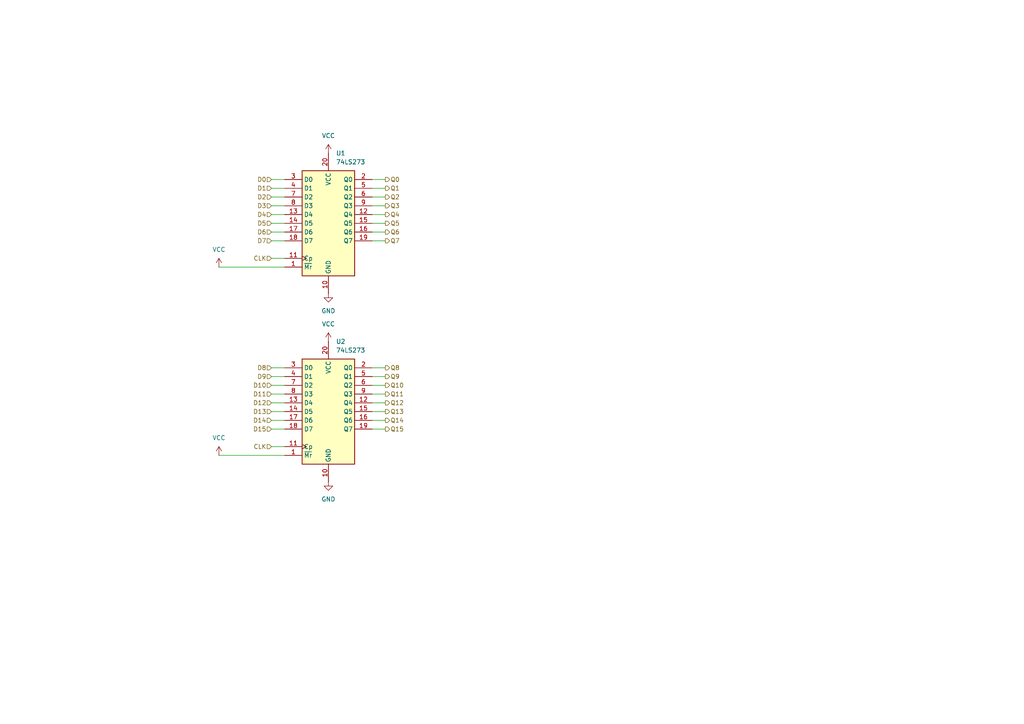
<source format=kicad_sch>
(kicad_sch (version 20231120) (generator "eeschema") (generator_version "8.0")
  (paper "A4")
  (lib_symbols
    (symbol "74xx:74LS273"
      (property "Reference" "U" (at -7.62 16.51 0))
      (property "Value" "74LS273" (at -7.62 -16.51 0))
      (symbol "74LS273_1_0"
        (pin input line (at -12.7 -12.7 0) (length 5.08) (name "~{Mr}") (number "1"))
        (pin power_in line (at 0 -20.32 90) (length 5.08) (name "GND") (number "10"))
        (pin input clock (at -12.7 -10.16 0) (length 5.08) (name "Cp") (number "11"))
        (pin output line (at 12.7 2.54 180) (length 5.08) (name "Q4") (number "12"))
        (pin input line (at -12.7 2.54 0) (length 5.08) (name "D4") (number "13"))
        (pin input line (at -12.7 0 0) (length 5.08) (name "D5") (number "14"))
        (pin output line (at 12.7 0 180) (length 5.08) (name "Q5") (number "15"))
        (pin output line (at 12.7 -2.54 180) (length 5.08) (name "Q6") (number "16"))
        (pin input line (at -12.7 -2.54 0) (length 5.08) (name "D6") (number "17"))
        (pin input line (at -12.7 -5.08 0) (length 5.08) (name "D7") (number "18"))
        (pin output line (at 12.7 -5.08 180) (length 5.08) (name "Q7") (number "19"))
        (pin output line (at 12.7 12.7 180) (length 5.08) (name "Q0") (number "2"))
        (pin power_in line (at 0 20.32 270) (length 5.08) (name "VCC") (number "20"))
        (pin input line (at -12.7 12.7 0) (length 5.08) (name "D0") (number "3"))
        (pin input line (at -12.7 10.16 0) (length 5.08) (name "D1") (number "4"))
        (pin output line (at 12.7 10.16 180) (length 5.08) (name "Q1") (number "5"))
        (pin output line (at 12.7 7.62 180) (length 5.08) (name "Q2") (number "6"))
        (pin input line (at -12.7 7.62 0) (length 5.08) (name "D2") (number "7"))
        (pin input line (at -12.7 5.08 0) (length 5.08) (name "D3") (number "8"))
        (pin output line (at 12.7 5.08 180) (length 5.08) (name "Q3") (number "9"))
      )
      (symbol "74LS273_1_1"
        (rectangle (start -7.62 15.24) (end 7.62 -15.24) (stroke (width 0.254)) (fill (type background)))
      )
    )
    (symbol "power:GND" (power) (pin_numbers hide) (pin_names (offset 0) hide)
      (property "Value" "GND" (at 0 -3.81 0))
      (symbol "GND_0_1"
        (polyline (pts (xy 0 0) (xy 0 -1.27) (xy 1.27 -1.27) (xy 0 -2.54) (xy -1.27 -1.27) (xy 0 -1.27)))
      )
      (symbol "GND_1_1"
        (pin power_in line (at 0 0 270) (length 0) (name "~") (number "1"))
      )
    )
    (symbol "power:VCC" (power) (pin_numbers hide) (pin_names (offset 0) hide)
      (property "Value" "VCC" (at 0 3.556 0))
      (symbol "VCC_0_1"
        (polyline (pts (xy -0.762 1.27) (xy 0 2.54)))
        (polyline (pts (xy 0 0) (xy 0 2.54)))
        (polyline (pts (xy 0 2.54) (xy 0.762 1.27)))
      )
      (symbol "VCC_1_1"
        (pin power_in line (at 0 0 90) (length 0) (name "~") (number "1"))
      )
    )
  )
  (wire (pts (xy 78.74 67.31) (xy 82.55 67.31)))
  (wire (pts (xy 107.95 119.38) (xy 111.76 119.38)))
  (wire (pts (xy 78.74 62.23) (xy 82.55 62.23)))
  (wire (pts (xy 63.5 77.47) (xy 82.55 77.47)))
  (wire (pts (xy 78.74 114.3) (xy 82.55 114.3)))
  (wire (pts (xy 107.95 111.76) (xy 111.76 111.76)))
  (wire (pts (xy 78.74 64.77) (xy 82.55 64.77)))
  (wire (pts (xy 107.95 59.69) (xy 111.76 59.69)))
  (wire (pts (xy 107.95 69.85) (xy 111.76 69.85)))
  (wire (pts (xy 78.74 124.46) (xy 82.55 124.46)))
  (wire (pts (xy 107.95 109.22) (xy 111.76 109.22)))
  (wire (pts (xy 78.74 74.93) (xy 82.55 74.93)))
  (wire (pts (xy 107.95 116.84) (xy 111.76 116.84)))
  (wire (pts (xy 107.95 52.07) (xy 111.76 52.07)))
  (wire (pts (xy 78.74 111.76) (xy 82.55 111.76)))
  (wire (pts (xy 78.74 119.38) (xy 82.55 119.38)))
  (wire (pts (xy 78.74 106.68) (xy 82.55 106.68)))
  (wire (pts (xy 78.74 57.15) (xy 82.55 57.15)))
  (wire (pts (xy 78.74 52.07) (xy 82.55 52.07)))
  (wire (pts (xy 78.74 121.92) (xy 82.55 121.92)))
  (wire (pts (xy 107.95 124.46) (xy 111.76 124.46)))
  (wire (pts (xy 78.74 54.61) (xy 82.55 54.61)))
  (wire (pts (xy 107.95 106.68) (xy 111.76 106.68)))
  (wire (pts (xy 63.5 132.08) (xy 82.55 132.08)))
  (wire (pts (xy 107.95 57.15) (xy 111.76 57.15)))
  (wire (pts (xy 107.95 54.61) (xy 111.76 54.61)))
  (wire (pts (xy 107.95 67.31) (xy 111.76 67.31)))
  (wire (pts (xy 78.74 116.84) (xy 82.55 116.84)))
  (wire (pts (xy 78.74 59.69) (xy 82.55 59.69)))
  (wire (pts (xy 78.74 129.54) (xy 82.55 129.54)))
  (wire (pts (xy 78.74 109.22) (xy 82.55 109.22)))
  (wire (pts (xy 107.95 62.23) (xy 111.76 62.23)))
  (wire (pts (xy 107.95 114.3) (xy 111.76 114.3)))
  (wire (pts (xy 107.95 64.77) (xy 111.76 64.77)))
  (wire (pts (xy 78.74 69.85) (xy 82.55 69.85)))
  (wire (pts (xy 107.95 121.92) (xy 111.76 121.92)))
  (hierarchical_label "D12" (shape input) (at 78.74 116.84 180))
  (hierarchical_label "D13" (shape input) (at 78.74 119.38 180))
  (hierarchical_label "D15" (shape input) (at 78.74 124.46 180))
  (hierarchical_label "Q4" (shape output) (at 111.76 62.23 0))
  (hierarchical_label "D11" (shape input) (at 78.74 114.3 180))
  (hierarchical_label "Q9" (shape output) (at 111.76 109.22 0))
  (hierarchical_label "D10" (shape input) (at 78.74 111.76 180))
  (hierarchical_label "Q14" (shape output) (at 111.76 121.92 0))
  (hierarchical_label "Q0" (shape output) (at 111.76 52.07 0))
  (hierarchical_label "D1" (shape input) (at 78.74 54.61 180))
  (hierarchical_label "D9" (shape input) (at 78.74 109.22 180))
  (hierarchical_label "Q3" (shape output) (at 111.76 59.69 0))
  (hierarchical_label "Q15" (shape output) (at 111.76 124.46 0))
  (hierarchical_label "Q8" (shape output) (at 111.76 106.68 0))
  (hierarchical_label "D7" (shape input) (at 78.74 69.85 180))
  (hierarchical_label "Q6" (shape output) (at 111.76 67.31 0))
  (hierarchical_label "Q10" (shape output) (at 111.76 111.76 0))
  (hierarchical_label "D3" (shape input) (at 78.74 59.69 180))
  (hierarchical_label "Q7" (shape output) (at 111.76 69.85 0))
  (hierarchical_label "CLK" (shape input) (at 78.74 74.93 180))
  (hierarchical_label "D2" (shape input) (at 78.74 57.15 180))
  (hierarchical_label "D14" (shape input) (at 78.74 121.92 180))
  (hierarchical_label "Q13" (shape output) (at 111.76 119.38 0))
  (hierarchical_label "D5" (shape input) (at 78.74 64.77 180))
  (hierarchical_label "Q12" (shape output) (at 111.76 116.84 0))
  (hierarchical_label "Q5" (shape output) (at 111.76 64.77 0))
  (hierarchical_label "D0" (shape input) (at 78.74 52.07 180))
  (hierarchical_label "CLK" (shape input) (at 78.74 129.54 180))
  (hierarchical_label "Q11" (shape output) (at 111.76 114.3 0))
  (hierarchical_label "D4" (shape input) (at 78.74 62.23 180))
  (hierarchical_label "D6" (shape input) (at 78.74 67.31 180))
  (hierarchical_label "Q2" (shape output) (at 111.76 57.15 0))
  (hierarchical_label "D8" (shape input) (at 78.74 106.68 180))
  (hierarchical_label "Q1" (shape output) (at 111.76 54.61 0))
  (symbol (lib_id "power:VCC") (at 63.5 77.47 0) (unit 1)
    (property "Reference" "#PWR01" (effects (hide yes)))
    (property "Value" "VCC" (at 63.5 72.39 0))
    (property "Description" "Power symbol creates a global label with name \"VCC\"" (effects (hide yes)))
    (instances (project "pcb_processor" (path "" (reference "#PWR01") (unit 1)) (path "" (reference "#PWR07") (unit 1))) (project "pcb_processor" (path "" (reference "#PWR01") (unit 1))))
  )
  (symbol (lib_id "power:GND") (at 95.25 85.09 0) (unit 1)
    (property "Reference" "#PWR04" (effects (hide yes)))
    (property "Value" "GND" (at 95.25 90.17 0))
    (property "Description" "Power symbol creates a global label with name \"GND\" , ground" (effects (hide yes)))
    (instances (project "" (path "" (reference "#PWR04") (unit 1)) (path "" (reference "#PWR010") (unit 1))) (project "" (path "" (reference "#PWR04") (unit 1))))
  )
  (symbol (lib_id "power:GND") (at 95.25 139.7 0) (unit 1)
    (property "Reference" "#PWR06" (effects (hide yes)))
    (property "Value" "GND" (at 95.25 144.78 0))
    (property "Description" "Power symbol creates a global label with name \"GND\" , ground" (effects (hide yes)))
    (instances (project "pcb_processor" (path "" (reference "#PWR06") (unit 1)) (path "" (reference "#PWR012") (unit 1))) (project "pcb_processor" (path "" (reference "#PWR06") (unit 1))))
  )
  (symbol (lib_id "power:VCC") (at 95.25 44.45 0) (unit 1)
    (property "Reference" "#PWR03" (effects (hide yes)))
    (property "Value" "VCC" (at 95.25 39.37 0))
    (property "Description" "Power symbol creates a global label with name \"VCC\"" (effects (hide yes)))
    (instances (project "pcb_processor" (path "" (reference "#PWR03") (unit 1)) (path "" (reference "#PWR09") (unit 1))) (project "pcb_processor" (path "" (reference "#PWR03") (unit 1))))
  )
  (symbol (lib_id "74xx:74LS273") (at 95.25 119.38 0) (unit 1)
    (property "Reference" "U2" (at 97.4441 99.06 0) (effects (justify left)))
    (property "Value" "74LS273" (at 97.4441 101.6 0) (effects (justify left)))
    (property "Footprint" "Package_DIP:DIP-20_W7.62mm" (effects (hide yes)))
    (property "Datasheet" "http://www.ti.com/lit/gpn/sn74LS273" (effects (hide yes)))
    (property "Description" "8-bit D Flip-Flop, reset" (effects (hide yes)))
    (instances (project "pcb_processor" (path "" (reference "U2") (unit 1)) (path "" (reference "U4") (unit 1))) (project "pcb_processor" (path "" (reference "U2") (unit 1))))
  )
  (symbol (lib_id "power:VCC") (at 95.25 99.06 0) (unit 1)
    (property "Reference" "#PWR05" (effects (hide yes)))
    (property "Value" "VCC" (at 95.25 93.98 0))
    (property "Description" "Power symbol creates a global label with name \"VCC\"" (effects (hide yes)))
    (instances (project "pcb_processor" (path "" (reference "#PWR05") (unit 1)) (path "" (reference "#PWR011") (unit 1))) (project "pcb_processor" (path "" (reference "#PWR05") (unit 1))))
  )
  (symbol (lib_id "power:VCC") (at 63.5 132.08 0) (unit 1)
    (property "Reference" "#PWR02" (effects (hide yes)))
    (property "Value" "VCC" (at 63.5 127 0))
    (property "Description" "Power symbol creates a global label with name \"VCC\"" (effects (hide yes)))
    (instances (project "" (path "" (reference "#PWR02") (unit 1)) (path "" (reference "#PWR08") (unit 1))) (project "" (path "" (reference "#PWR02") (unit 1))))
  )
  (symbol (lib_id "74xx:74LS273") (at 95.25 64.77 0) (unit 1)
    (property "Reference" "U1" (at 97.4441 44.45 0) (effects (justify left)))
    (property "Value" "74LS273" (at 97.4441 46.99 0) (effects (justify left)))
    (property "Footprint" "Package_DIP:DIP-20_W7.62mm" (effects (hide yes)))
    (property "Datasheet" "http://www.ti.com/lit/gpn/sn74LS273" (effects (hide yes)))
    (property "Description" "8-bit D Flip-Flop, reset" (effects (hide yes)))
    (instances (project "" (path "" (reference "U1") (unit 1)) (path "" (reference "U3") (unit 1))) (project "" (path "" (reference "U1") (unit 1))))
  )
)
</source>
